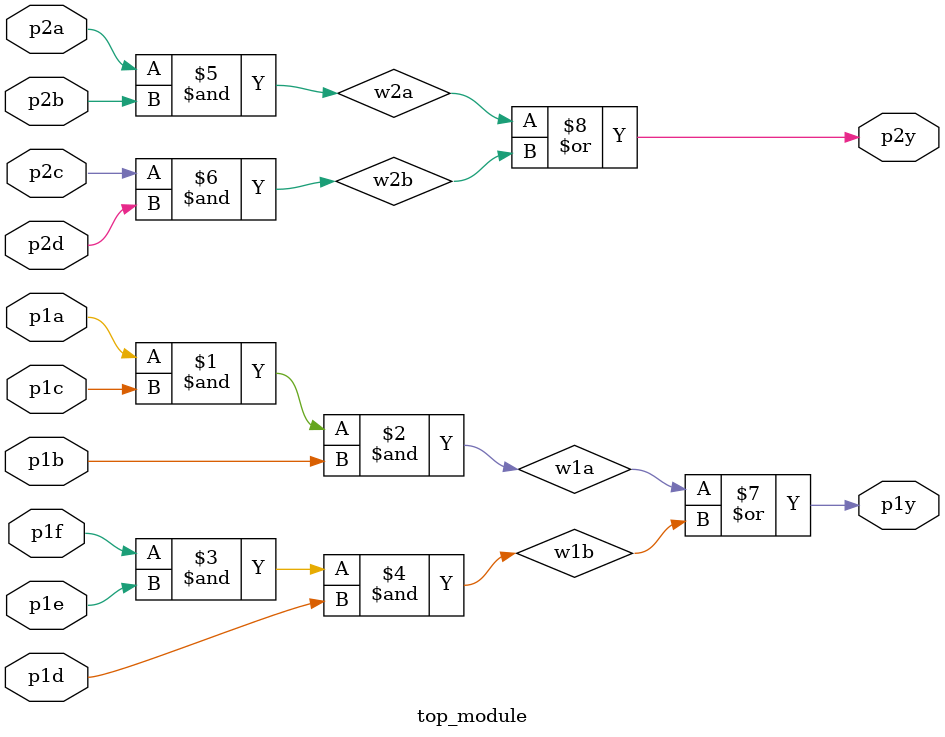
<source format=v>
module top_module ( 
    input p1a, p1b, p1c, p1d, p1e, p1f,
    output p1y,
    input p2a, p2b, p2c, p2d,
    output p2y );
    wire w1a, w1b, w2a, w2b;
    assign w1a = p1a & p1c & p1b;
    assign w1b = p1f & p1e & p1d;
    assign w2a = p2a & p2b;
    assign w2b = p2c & p2d;
    assign p1y = w1a | w1b;
    assign p2y = w2a | w2b;

endmodule
</source>
